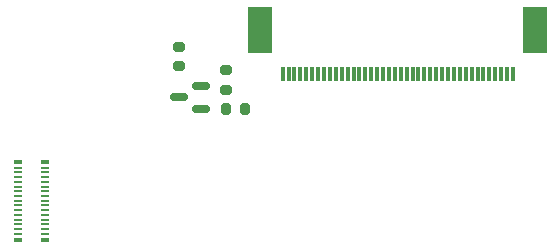
<source format=gbr>
%TF.GenerationSoftware,KiCad,Pcbnew,8.0.0*%
%TF.CreationDate,2024-03-06T21:08:29+04:00*%
%TF.ProjectId,gbc-cm4-aio-flex,6762632d-636d-4342-9d61-696f2d666c65,rev?*%
%TF.SameCoordinates,Original*%
%TF.FileFunction,Paste,Top*%
%TF.FilePolarity,Positive*%
%FSLAX46Y46*%
G04 Gerber Fmt 4.6, Leading zero omitted, Abs format (unit mm)*
G04 Created by KiCad (PCBNEW 8.0.0) date 2024-03-06 21:08:29*
%MOMM*%
%LPD*%
G01*
G04 APERTURE LIST*
G04 Aperture macros list*
%AMRoundRect*
0 Rectangle with rounded corners*
0 $1 Rounding radius*
0 $2 $3 $4 $5 $6 $7 $8 $9 X,Y pos of 4 corners*
0 Add a 4 corners polygon primitive as box body*
4,1,4,$2,$3,$4,$5,$6,$7,$8,$9,$2,$3,0*
0 Add four circle primitives for the rounded corners*
1,1,$1+$1,$2,$3*
1,1,$1+$1,$4,$5*
1,1,$1+$1,$6,$7*
1,1,$1+$1,$8,$9*
0 Add four rect primitives between the rounded corners*
20,1,$1+$1,$2,$3,$4,$5,0*
20,1,$1+$1,$4,$5,$6,$7,0*
20,1,$1+$1,$6,$7,$8,$9,0*
20,1,$1+$1,$8,$9,$2,$3,0*%
G04 Aperture macros list end*
%ADD10RoundRect,0.200000X0.200000X0.275000X-0.200000X0.275000X-0.200000X-0.275000X0.200000X-0.275000X0*%
%ADD11RoundRect,0.200000X-0.275000X0.200000X-0.275000X-0.200000X0.275000X-0.200000X0.275000X0.200000X0*%
%ADD12R,0.800000X0.200000*%
%ADD13R,0.800000X0.400000*%
%ADD14RoundRect,0.150000X0.587500X0.150000X-0.587500X0.150000X-0.587500X-0.150000X0.587500X-0.150000X0*%
%ADD15RoundRect,0.200000X0.275000X-0.200000X0.275000X0.200000X-0.275000X0.200000X-0.275000X-0.200000X0*%
%ADD16R,0.300000X1.300000*%
%ADD17R,2.000000X4.000000*%
G04 APERTURE END LIST*
D10*
%TO.C,R3*%
X143440000Y-123210000D03*
X141790000Y-123210000D03*
%TD*%
D11*
%TO.C,R2*%
X141790000Y-119920000D03*
X141790000Y-121570000D03*
%TD*%
D12*
%TO.C,J1*%
X124200000Y-133770000D03*
X126500000Y-133770000D03*
X124200000Y-133370000D03*
X126500000Y-133370000D03*
X124200000Y-132970000D03*
X126500000Y-132970000D03*
X124200000Y-132570000D03*
X126500000Y-132570000D03*
X124200000Y-132170000D03*
X126500000Y-132170000D03*
X124200000Y-131770000D03*
X126500000Y-131770000D03*
X124200000Y-131370000D03*
X126500000Y-131370000D03*
X124200000Y-130970000D03*
X126500000Y-130970000D03*
X124200000Y-130570000D03*
X126500000Y-130570000D03*
X124200000Y-130170000D03*
X126500000Y-130170000D03*
X124200000Y-129770000D03*
X126500000Y-129770000D03*
X124200000Y-129370000D03*
X126500000Y-129370000D03*
X124200000Y-128970000D03*
X126500000Y-128970000D03*
X124200000Y-128570000D03*
X126500000Y-128570000D03*
X124200000Y-128170000D03*
X126500000Y-128170000D03*
D13*
X124200000Y-134270000D03*
X126500000Y-134270000D03*
X124200000Y-127670000D03*
X126500000Y-127670000D03*
%TD*%
D14*
%TO.C,Q1*%
X139680000Y-123170000D03*
X139680000Y-121270000D03*
X137805000Y-122220000D03*
%TD*%
D15*
%TO.C,R1*%
X137800000Y-119580000D03*
X137800000Y-117930000D03*
%TD*%
D16*
%TO.C,J3*%
X166100000Y-120250000D03*
X165600000Y-120250000D03*
X165100000Y-120250000D03*
X164100000Y-120250000D03*
X163600000Y-120250000D03*
X163100000Y-120250000D03*
X162600000Y-120250000D03*
X162100000Y-120250000D03*
X161600000Y-120250000D03*
X161100000Y-120250000D03*
X160600000Y-120250000D03*
X160100000Y-120250000D03*
X159600000Y-120250000D03*
X159100000Y-120250000D03*
X158600000Y-120250000D03*
X158100000Y-120250000D03*
X157600000Y-120250000D03*
X157100000Y-120250000D03*
X156600000Y-120250000D03*
X156100000Y-120250000D03*
X155600000Y-120250000D03*
X155100000Y-120250000D03*
X154600000Y-120250000D03*
X154100000Y-120250000D03*
X153600000Y-120250000D03*
X153100000Y-120250000D03*
X152600000Y-120250000D03*
X152100000Y-120250000D03*
X151600000Y-120250000D03*
X151100000Y-120250000D03*
X150600000Y-120250000D03*
X150100000Y-120250000D03*
X149600000Y-120250000D03*
X149100000Y-120250000D03*
X148600000Y-120250000D03*
X148100000Y-120250000D03*
X147600000Y-120250000D03*
X147100000Y-120250000D03*
X146600000Y-120250000D03*
D17*
X168000000Y-116495000D03*
X144700000Y-116495000D03*
D16*
X164600000Y-120250000D03*
%TD*%
M02*

</source>
